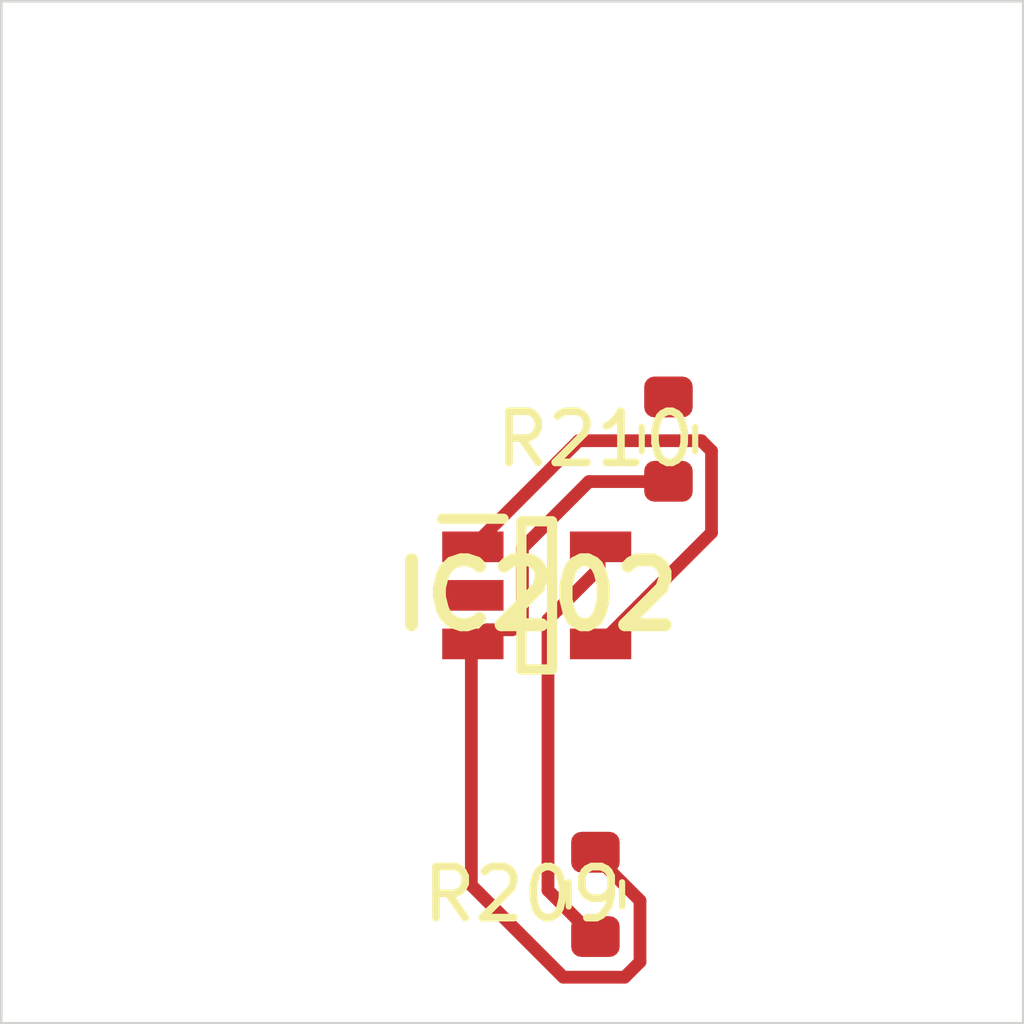
<source format=kicad_pcb>
 ( kicad_pcb  ( version 20171130 )
 ( host pcbnew 5.1.12-84ad8e8a86~92~ubuntu18.04.1 )
 ( general  ( thickness 1.6 )
 ( drawings 4 )
 ( tracks 0 )
 ( zones 0 )
 ( modules 3 )
 ( nets 5 )
)
 ( page A4 )
 ( layers  ( 0 F.Cu signal )
 ( 31 B.Cu signal )
 ( 32 B.Adhes user )
 ( 33 F.Adhes user )
 ( 34 B.Paste user )
 ( 35 F.Paste user )
 ( 36 B.SilkS user )
 ( 37 F.SilkS user )
 ( 38 B.Mask user )
 ( 39 F.Mask user )
 ( 40 Dwgs.User user )
 ( 41 Cmts.User user )
 ( 42 Eco1.User user )
 ( 43 Eco2.User user )
 ( 44 Edge.Cuts user )
 ( 45 Margin user )
 ( 46 B.CrtYd user )
 ( 47 F.CrtYd user )
 ( 48 B.Fab user )
 ( 49 F.Fab user )
)
 ( setup  ( last_trace_width 0.25 )
 ( trace_clearance 0.2 )
 ( zone_clearance 0.508 )
 ( zone_45_only no )
 ( trace_min 0.2 )
 ( via_size 0.8 )
 ( via_drill 0.4 )
 ( via_min_size 0.4 )
 ( via_min_drill 0.3 )
 ( uvia_size 0.3 )
 ( uvia_drill 0.1 )
 ( uvias_allowed no )
 ( uvia_min_size 0.2 )
 ( uvia_min_drill 0.1 )
 ( edge_width 0.05 )
 ( segment_width 0.2 )
 ( pcb_text_width 0.3 )
 ( pcb_text_size 1.5 1.5 )
 ( mod_edge_width 0.12 )
 ( mod_text_size 1 1 )
 ( mod_text_width 0.15 )
 ( pad_size 1.524 1.524 )
 ( pad_drill 0.762 )
 ( pad_to_mask_clearance 0 )
 ( aux_axis_origin 0 0 )
 ( visible_elements FFFFFF7F )
 ( pcbplotparams  ( layerselection 0x010fc_ffffffff )
 ( usegerberextensions false )
 ( usegerberattributes true )
 ( usegerberadvancedattributes true )
 ( creategerberjobfile true )
 ( excludeedgelayer true )
 ( linewidth 0.100000 )
 ( plotframeref false )
 ( viasonmask false )
 ( mode 1 )
 ( useauxorigin false )
 ( hpglpennumber 1 )
 ( hpglpenspeed 20 )
 ( hpglpendiameter 15.000000 )
 ( psnegative false )
 ( psa4output false )
 ( plotreference true )
 ( plotvalue true )
 ( plotinvisibletext false )
 ( padsonsilk false )
 ( subtractmaskfromsilk false )
 ( outputformat 1 )
 ( mirror false )
 ( drillshape 1 )
 ( scaleselection 1 )
 ( outputdirectory "" )
)
)
 ( net 0 "" )
 ( net 1 GND )
 ( net 2 VDDA )
 ( net 3 /Sheet6235D886/vp )
 ( net 4 "Net-(IC202-Pad3)" )
 ( net_class Default "This is the default net class."  ( clearance 0.2 )
 ( trace_width 0.25 )
 ( via_dia 0.8 )
 ( via_drill 0.4 )
 ( uvia_dia 0.3 )
 ( uvia_drill 0.1 )
 ( add_net /Sheet6235D886/vp )
 ( add_net GND )
 ( add_net "Net-(IC202-Pad3)" )
 ( add_net VDDA )
)
 ( module SOT95P280X145-5N locked  ( layer F.Cu )
 ( tedit 62336ED7 )
 ( tstamp 623423ED )
 ( at 90.479100 111.627000 )
 ( descr DBV0005A )
 ( tags "Integrated Circuit" )
 ( path /6235D887/6266C08E )
 ( attr smd )
 ( fp_text reference IC202  ( at 0 0 )
 ( layer F.SilkS )
 ( effects  ( font  ( size 1.27 1.27 )
 ( thickness 0.254 )
)
)
)
 ( fp_text value TL071HIDBVR  ( at 0 0 )
 ( layer F.SilkS )
hide  ( effects  ( font  ( size 1.27 1.27 )
 ( thickness 0.254 )
)
)
)
 ( fp_line  ( start -1.85 -1.5 )
 ( end -0.65 -1.5 )
 ( layer F.SilkS )
 ( width 0.2 )
)
 ( fp_line  ( start -0.3 1.45 )
 ( end -0.3 -1.45 )
 ( layer F.SilkS )
 ( width 0.2 )
)
 ( fp_line  ( start 0.3 1.45 )
 ( end -0.3 1.45 )
 ( layer F.SilkS )
 ( width 0.2 )
)
 ( fp_line  ( start 0.3 -1.45 )
 ( end 0.3 1.45 )
 ( layer F.SilkS )
 ( width 0.2 )
)
 ( fp_line  ( start -0.3 -1.45 )
 ( end 0.3 -1.45 )
 ( layer F.SilkS )
 ( width 0.2 )
)
 ( fp_line  ( start -0.8 -0.5 )
 ( end 0.15 -1.45 )
 ( layer Dwgs.User )
 ( width 0.1 )
)
 ( fp_line  ( start -0.8 1.45 )
 ( end -0.8 -1.45 )
 ( layer Dwgs.User )
 ( width 0.1 )
)
 ( fp_line  ( start 0.8 1.45 )
 ( end -0.8 1.45 )
 ( layer Dwgs.User )
 ( width 0.1 )
)
 ( fp_line  ( start 0.8 -1.45 )
 ( end 0.8 1.45 )
 ( layer Dwgs.User )
 ( width 0.1 )
)
 ( fp_line  ( start -0.8 -1.45 )
 ( end 0.8 -1.45 )
 ( layer Dwgs.User )
 ( width 0.1 )
)
 ( fp_line  ( start -2.1 1.775 )
 ( end -2.1 -1.775 )
 ( layer Dwgs.User )
 ( width 0.05 )
)
 ( fp_line  ( start 2.1 1.775 )
 ( end -2.1 1.775 )
 ( layer Dwgs.User )
 ( width 0.05 )
)
 ( fp_line  ( start 2.1 -1.775 )
 ( end 2.1 1.775 )
 ( layer Dwgs.User )
 ( width 0.05 )
)
 ( fp_line  ( start -2.1 -1.775 )
 ( end 2.1 -1.775 )
 ( layer Dwgs.User )
 ( width 0.05 )
)
 ( pad 1 smd rect  ( at -1.25 -0.95 90.000000 )
 ( size 0.6 1.2 )
 ( layers F.Cu F.Mask F.Paste )
 ( net 3 /Sheet6235D886/vp )
)
 ( pad 2 smd rect  ( at -1.25 0 90.000000 )
 ( size 0.6 1.2 )
 ( layers F.Cu F.Mask F.Paste )
 ( net 1 GND )
)
 ( pad 3 smd rect  ( at -1.25 0.95 90.000000 )
 ( size 0.6 1.2 )
 ( layers F.Cu F.Mask F.Paste )
 ( net 4 "Net-(IC202-Pad3)" )
)
 ( pad 4 smd rect  ( at 1.25 0.95 90.000000 )
 ( size 0.6 1.2 )
 ( layers F.Cu F.Mask F.Paste )
 ( net 3 /Sheet6235D886/vp )
)
 ( pad 5 smd rect  ( at 1.25 -0.95 90.000000 )
 ( size 0.6 1.2 )
 ( layers F.Cu F.Mask F.Paste )
 ( net 2 VDDA )
)
)
 ( module Resistor_SMD:R_0603_1608Metric  ( layer F.Cu )
 ( tedit 5F68FEEE )
 ( tstamp 62342595 )
 ( at 91.627800 117.479000 90.000000 )
 ( descr "Resistor SMD 0603 (1608 Metric), square (rectangular) end terminal, IPC_7351 nominal, (Body size source: IPC-SM-782 page 72, https://www.pcb-3d.com/wordpress/wp-content/uploads/ipc-sm-782a_amendment_1_and_2.pdf), generated with kicad-footprint-generator" )
 ( tags resistor )
 ( path /6235D887/623CDBD9 )
 ( attr smd )
 ( fp_text reference R209  ( at 0 -1.43 )
 ( layer F.SilkS )
 ( effects  ( font  ( size 1 1 )
 ( thickness 0.15 )
)
)
)
 ( fp_text value 100k  ( at 0 1.43 )
 ( layer F.Fab )
 ( effects  ( font  ( size 1 1 )
 ( thickness 0.15 )
)
)
)
 ( fp_line  ( start -0.8 0.4125 )
 ( end -0.8 -0.4125 )
 ( layer F.Fab )
 ( width 0.1 )
)
 ( fp_line  ( start -0.8 -0.4125 )
 ( end 0.8 -0.4125 )
 ( layer F.Fab )
 ( width 0.1 )
)
 ( fp_line  ( start 0.8 -0.4125 )
 ( end 0.8 0.4125 )
 ( layer F.Fab )
 ( width 0.1 )
)
 ( fp_line  ( start 0.8 0.4125 )
 ( end -0.8 0.4125 )
 ( layer F.Fab )
 ( width 0.1 )
)
 ( fp_line  ( start -0.237258 -0.5225 )
 ( end 0.237258 -0.5225 )
 ( layer F.SilkS )
 ( width 0.12 )
)
 ( fp_line  ( start -0.237258 0.5225 )
 ( end 0.237258 0.5225 )
 ( layer F.SilkS )
 ( width 0.12 )
)
 ( fp_line  ( start -1.48 0.73 )
 ( end -1.48 -0.73 )
 ( layer F.CrtYd )
 ( width 0.05 )
)
 ( fp_line  ( start -1.48 -0.73 )
 ( end 1.48 -0.73 )
 ( layer F.CrtYd )
 ( width 0.05 )
)
 ( fp_line  ( start 1.48 -0.73 )
 ( end 1.48 0.73 )
 ( layer F.CrtYd )
 ( width 0.05 )
)
 ( fp_line  ( start 1.48 0.73 )
 ( end -1.48 0.73 )
 ( layer F.CrtYd )
 ( width 0.05 )
)
 ( fp_text user %R  ( at 0 0 )
 ( layer F.Fab )
 ( effects  ( font  ( size 0.4 0.4 )
 ( thickness 0.06 )
)
)
)
 ( pad 1 smd roundrect  ( at -0.825 0 90.000000 )
 ( size 0.8 0.95 )
 ( layers F.Cu F.Mask F.Paste )
 ( roundrect_rratio 0.25 )
 ( net 2 VDDA )
)
 ( pad 2 smd roundrect  ( at 0.825 0 90.000000 )
 ( size 0.8 0.95 )
 ( layers F.Cu F.Mask F.Paste )
 ( roundrect_rratio 0.25 )
 ( net 4 "Net-(IC202-Pad3)" )
)
 ( model ${KISYS3DMOD}/Resistor_SMD.3dshapes/R_0603_1608Metric.wrl  ( at  ( xyz 0 0 0 )
)
 ( scale  ( xyz 1 1 1 )
)
 ( rotate  ( xyz 0 0 0 )
)
)
)
 ( module Resistor_SMD:R_0603_1608Metric  ( layer F.Cu )
 ( tedit 5F68FEEE )
 ( tstamp 623425A6 )
 ( at 93.057500 108.569000 90.000000 )
 ( descr "Resistor SMD 0603 (1608 Metric), square (rectangular) end terminal, IPC_7351 nominal, (Body size source: IPC-SM-782 page 72, https://www.pcb-3d.com/wordpress/wp-content/uploads/ipc-sm-782a_amendment_1_and_2.pdf), generated with kicad-footprint-generator" )
 ( tags resistor )
 ( path /6235D887/623CDBDF )
 ( attr smd )
 ( fp_text reference R210  ( at 0 -1.43 )
 ( layer F.SilkS )
 ( effects  ( font  ( size 1 1 )
 ( thickness 0.15 )
)
)
)
 ( fp_text value 100k  ( at 0 1.43 )
 ( layer F.Fab )
 ( effects  ( font  ( size 1 1 )
 ( thickness 0.15 )
)
)
)
 ( fp_line  ( start 1.48 0.73 )
 ( end -1.48 0.73 )
 ( layer F.CrtYd )
 ( width 0.05 )
)
 ( fp_line  ( start 1.48 -0.73 )
 ( end 1.48 0.73 )
 ( layer F.CrtYd )
 ( width 0.05 )
)
 ( fp_line  ( start -1.48 -0.73 )
 ( end 1.48 -0.73 )
 ( layer F.CrtYd )
 ( width 0.05 )
)
 ( fp_line  ( start -1.48 0.73 )
 ( end -1.48 -0.73 )
 ( layer F.CrtYd )
 ( width 0.05 )
)
 ( fp_line  ( start -0.237258 0.5225 )
 ( end 0.237258 0.5225 )
 ( layer F.SilkS )
 ( width 0.12 )
)
 ( fp_line  ( start -0.237258 -0.5225 )
 ( end 0.237258 -0.5225 )
 ( layer F.SilkS )
 ( width 0.12 )
)
 ( fp_line  ( start 0.8 0.4125 )
 ( end -0.8 0.4125 )
 ( layer F.Fab )
 ( width 0.1 )
)
 ( fp_line  ( start 0.8 -0.4125 )
 ( end 0.8 0.4125 )
 ( layer F.Fab )
 ( width 0.1 )
)
 ( fp_line  ( start -0.8 -0.4125 )
 ( end 0.8 -0.4125 )
 ( layer F.Fab )
 ( width 0.1 )
)
 ( fp_line  ( start -0.8 0.4125 )
 ( end -0.8 -0.4125 )
 ( layer F.Fab )
 ( width 0.1 )
)
 ( fp_text user %R  ( at 0 0 )
 ( layer F.Fab )
 ( effects  ( font  ( size 0.4 0.4 )
 ( thickness 0.06 )
)
)
)
 ( pad 2 smd roundrect  ( at 0.825 0 90.000000 )
 ( size 0.8 0.95 )
 ( layers F.Cu F.Mask F.Paste )
 ( roundrect_rratio 0.25 )
 ( net 1 GND )
)
 ( pad 1 smd roundrect  ( at -0.825 0 90.000000 )
 ( size 0.8 0.95 )
 ( layers F.Cu F.Mask F.Paste )
 ( roundrect_rratio 0.25 )
 ( net 4 "Net-(IC202-Pad3)" )
)
 ( model ${KISYS3DMOD}/Resistor_SMD.3dshapes/R_0603_1608Metric.wrl  ( at  ( xyz 0 0 0 )
)
 ( scale  ( xyz 1 1 1 )
)
 ( rotate  ( xyz 0 0 0 )
)
)
)
 ( gr_line  ( start 100 100 )
 ( end 100 120 )
 ( layer Edge.Cuts )
 ( width 0.05 )
 ( tstamp 62E770C4 )
)
 ( gr_line  ( start 80 120 )
 ( end 100 120 )
 ( layer Edge.Cuts )
 ( width 0.05 )
 ( tstamp 62E770C0 )
)
 ( gr_line  ( start 80 100 )
 ( end 100 100 )
 ( layer Edge.Cuts )
 ( width 0.05 )
 ( tstamp 6234110C )
)
 ( gr_line  ( start 80 100 )
 ( end 80 120 )
 ( layer Edge.Cuts )
 ( width 0.05 )
)
 ( segment  ( start 91.600001 118.300002 )
 ( end 90.700001 117.400002 )
 ( width 0.250000 )
 ( layer F.Cu )
 ( net 2 )
)
 ( segment  ( start 90.700001 117.400002 )
 ( end 90.700001 112.100002 )
 ( width 0.250000 )
 ( layer F.Cu )
 ( net 2 )
)
 ( segment  ( start 90.700001 112.100002 )
 ( end 91.700001 111.100002 )
 ( width 0.250000 )
 ( layer F.Cu )
 ( net 2 )
)
 ( segment  ( start 91.700001 111.100002 )
 ( end 91.700001 110.700002 )
 ( width 0.250000 )
 ( layer F.Cu )
 ( net 2 )
)
 ( segment  ( start 91.700001 112.600002 )
 ( end 93.900001 110.400002 )
 ( width 0.250000 )
 ( layer F.Cu )
 ( net 3 )
)
 ( segment  ( start 93.900001 110.400002 )
 ( end 93.900001 108.800002 )
 ( width 0.250000 )
 ( layer F.Cu )
 ( net 3 )
)
 ( segment  ( start 93.900001 108.800002 )
 ( end 93.700001 108.600002 )
 ( width 0.250000 )
 ( layer F.Cu )
 ( net 3 )
)
 ( segment  ( start 93.700001 108.600002 )
 ( end 91.300001 108.600002 )
 ( width 0.250000 )
 ( layer F.Cu )
 ( net 3 )
)
 ( segment  ( start 91.300001 108.600002 )
 ( end 89.200001 110.700002 )
 ( width 0.250000 )
 ( layer F.Cu )
 ( net 3 )
)
 ( segment  ( start 91.600001 116.700002 )
 ( end 92.500001 117.600002 )
 ( width 0.250000 )
 ( layer F.Cu )
 ( net 4 )
)
 ( segment  ( start 92.500001 117.600002 )
 ( end 92.500001 118.800002 )
 ( width 0.250000 )
 ( layer F.Cu )
 ( net 4 )
)
 ( segment  ( start 92.500001 118.800002 )
 ( end 92.200001 119.100002 )
 ( width 0.250000 )
 ( layer F.Cu )
 ( net 4 )
)
 ( segment  ( start 92.200001 119.100002 )
 ( end 91.000001 119.100002 )
 ( width 0.250000 )
 ( layer F.Cu )
 ( net 4 )
)
 ( segment  ( start 91.000001 119.100002 )
 ( end 89.200001 117.300002 )
 ( width 0.250000 )
 ( layer F.Cu )
 ( net 4 )
)
 ( segment  ( start 89.200001 117.300002 )
 ( end 89.200001 112.600002 )
 ( width 0.250000 )
 ( layer F.Cu )
 ( net 4 )
)
 ( segment  ( start 93.100001 109.400002 )
 ( end 91.500001 109.400002 )
 ( width 0.250000 )
 ( layer F.Cu )
 ( net 4 )
)
 ( segment  ( start 91.500001 109.400002 )
 ( end 90.200001 110.700002 )
 ( width 0.250000 )
 ( layer F.Cu )
 ( net 4 )
)
 ( segment  ( start 90.200001 110.700002 )
 ( end 90.200001 112.100002 )
 ( width 0.250000 )
 ( layer F.Cu )
 ( net 4 )
)
 ( segment  ( start 90.200001 112.100002 )
 ( end 90.000001 112.300002 )
 ( width 0.250000 )
 ( layer F.Cu )
 ( net 4 )
)
 ( segment  ( start 90.000001 112.300002 )
 ( end 89.500001 112.300002 )
 ( width 0.250000 )
 ( layer F.Cu )
 ( net 4 )
)
 ( segment  ( start 89.500001 112.300002 )
 ( end 89.200001 112.600002 )
 ( width 0.250000 )
 ( layer F.Cu )
 ( net 4 )
)
)

</source>
